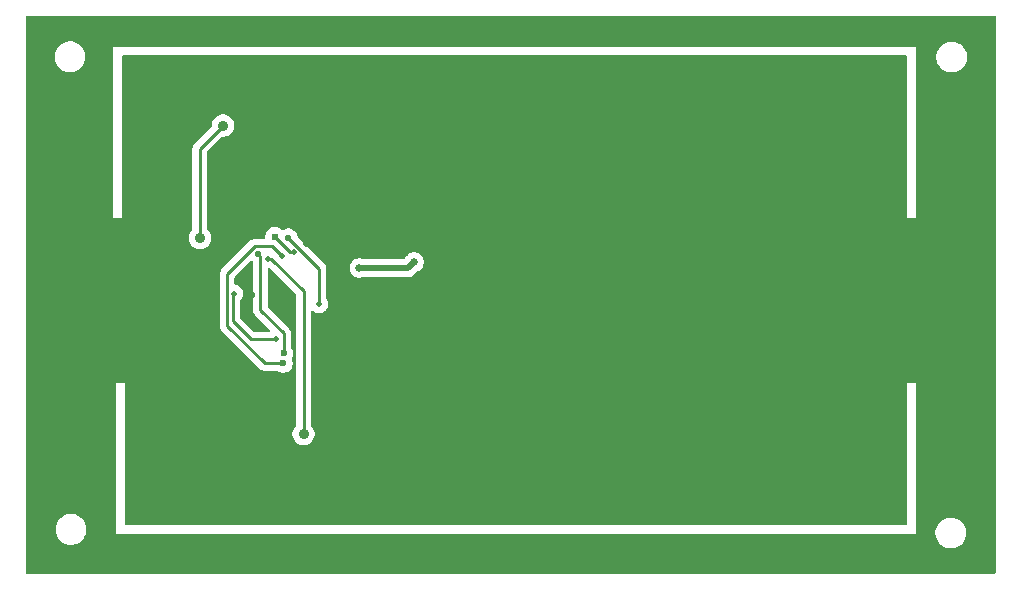
<source format=gbr>
%TF.GenerationSoftware,KiCad,Pcbnew,9.0.0*%
%TF.CreationDate,2025-03-31T18:12:05+05:30*%
%TF.ProjectId,Buck,4275636b-2e6b-4696-9361-645f70636258,rev?*%
%TF.SameCoordinates,Original*%
%TF.FileFunction,Copper,L2,Bot*%
%TF.FilePolarity,Positive*%
%FSLAX46Y46*%
G04 Gerber Fmt 4.6, Leading zero omitted, Abs format (unit mm)*
G04 Created by KiCad (PCBNEW 9.0.0) date 2025-03-31 18:12:05*
%MOMM*%
%LPD*%
G01*
G04 APERTURE LIST*
%TA.AperFunction,ViaPad*%
%ADD10C,0.508000*%
%TD*%
%TA.AperFunction,ViaPad*%
%ADD11C,0.600000*%
%TD*%
%TA.AperFunction,ViaPad*%
%ADD12C,0.584200*%
%TD*%
%TA.AperFunction,ViaPad*%
%ADD13C,0.500000*%
%TD*%
%TA.AperFunction,ViaPad*%
%ADD14C,0.889000*%
%TD*%
%TA.AperFunction,ViaPad*%
%ADD15C,0.558800*%
%TD*%
%TA.AperFunction,ViaPad*%
%ADD16C,0.635000*%
%TD*%
%TA.AperFunction,ViaPad*%
%ADD17C,0.609600*%
%TD*%
%TA.AperFunction,Conductor*%
%ADD18C,0.228600*%
%TD*%
%TA.AperFunction,Conductor*%
%ADD19C,0.508000*%
%TD*%
%TA.AperFunction,Conductor*%
%ADD20C,0.254000*%
%TD*%
G04 APERTURE END LIST*
D10*
%TO.N,GND*%
X151890000Y-128706000D03*
X123500000Y-130000000D03*
D11*
X133220000Y-105890000D03*
D10*
X197000000Y-130500000D03*
X199820000Y-127840000D03*
D11*
X163270000Y-105910000D03*
X190240000Y-103280000D03*
D10*
X121990000Y-127760000D03*
D11*
X157380000Y-133480000D03*
X139860000Y-111360000D03*
X130710000Y-123050000D03*
D10*
X196890000Y-127840000D03*
X143270000Y-140760000D03*
X196860000Y-126820000D03*
X144640000Y-145070000D03*
X198320000Y-127840000D03*
X129760000Y-140130000D03*
D11*
X147020000Y-128660000D03*
X183690000Y-118650000D03*
X134840000Y-121060000D03*
D10*
X177350000Y-141370000D03*
X201100000Y-123950000D03*
D11*
X157400000Y-134660000D03*
D10*
X148050000Y-128750000D03*
D11*
X142020000Y-113680000D03*
D10*
X121780000Y-145070000D03*
D11*
X183690000Y-116758160D03*
X150780000Y-129990000D03*
D10*
X184150000Y-130730000D03*
D11*
X154870000Y-106730000D03*
X148970000Y-134660000D03*
X183400000Y-105880000D03*
D10*
X120600000Y-125170000D03*
D11*
X140960000Y-111340000D03*
X183690000Y-114770000D03*
D10*
X146800000Y-133526000D03*
D11*
X152520000Y-106070000D03*
D10*
X184150000Y-126400000D03*
X145580000Y-100400000D03*
D11*
X155400000Y-134660000D03*
D10*
X199510000Y-123940000D03*
X184150000Y-128460000D03*
D11*
X148960000Y-133480000D03*
D10*
X129680000Y-130680000D03*
X120560000Y-126030000D03*
D11*
X147020000Y-127350000D03*
D10*
X121780000Y-100400000D03*
X184150000Y-134860000D03*
D11*
X149470000Y-129990000D03*
X147550000Y-140380000D03*
X183690000Y-108200000D03*
D10*
X143800000Y-118748300D03*
D11*
X139920000Y-112560000D03*
X147020000Y-129990000D03*
D10*
X124946348Y-130000000D03*
X201250000Y-127840000D03*
D11*
X142000000Y-111390000D03*
D12*
X194350000Y-125890000D03*
D11*
X164580000Y-103180000D03*
X148260000Y-129990000D03*
D10*
X199916417Y-130500000D03*
D11*
X154940000Y-116050000D03*
D10*
X148100000Y-127420000D03*
X197840000Y-123910000D03*
D11*
X152910000Y-103220000D03*
X177460000Y-105820000D03*
X130750000Y-128570000D03*
X158840000Y-103280000D03*
X155440000Y-133480000D03*
X154870000Y-114000000D03*
D13*
X144430000Y-116290000D03*
D11*
X138440000Y-121360000D03*
X141040000Y-113680000D03*
X141970000Y-109860000D03*
D10*
X123450000Y-127760000D03*
D11*
X171260000Y-105880000D03*
X130710000Y-125790000D03*
D10*
X120600000Y-127760000D03*
D11*
X183690000Y-112650000D03*
X146800000Y-134660000D03*
D10*
X173330000Y-145070000D03*
X150670000Y-128706000D03*
X201250000Y-130500000D03*
D11*
X157560000Y-105880000D03*
D10*
X176290000Y-100280000D03*
X149470000Y-128706000D03*
D11*
X142300000Y-103180000D03*
X151950000Y-129990000D03*
X183690000Y-120580000D03*
D10*
X120580000Y-126880000D03*
D11*
X153180000Y-134660000D03*
X151050000Y-134660000D03*
D10*
X122000000Y-130000000D03*
D11*
X139920000Y-113610000D03*
X147780000Y-103160000D03*
D10*
X201040000Y-100400000D03*
X124860000Y-127760000D03*
D11*
X183690000Y-110460000D03*
X184370000Y-103240000D03*
D10*
X200870000Y-145070000D03*
D11*
X178200000Y-103280000D03*
D10*
X184150000Y-132640000D03*
D11*
X153200000Y-133480000D03*
D10*
X120600000Y-130000000D03*
D11*
X136740000Y-119620000D03*
D10*
X198323207Y-130500000D03*
D11*
X154800000Y-109150000D03*
X154870000Y-111500000D03*
X142070000Y-115050000D03*
D12*
X185550000Y-118740000D03*
D11*
X138680000Y-114230000D03*
X139300000Y-123020000D03*
X151050000Y-133480000D03*
D10*
%TO.N,VIN*%
X144940000Y-123790000D03*
D12*
X142350000Y-118190000D03*
D14*
%TO.N,VOUT*%
X134860000Y-118190000D03*
X136790000Y-108690000D03*
%TO.N,ISNS*%
X143630000Y-134800000D03*
D10*
X140619801Y-119999576D03*
%TO.N,GND2*%
X141316361Y-126747619D03*
X137780000Y-122920000D03*
D11*
%TO.N,Net-(IC1-PFM{slash}SYNC)*%
X141903339Y-128812083D03*
D10*
X141840000Y-119740000D03*
D15*
%TO.N,Net-(IC1-VCC)*%
X139810000Y-119560000D03*
D11*
X141931475Y-127958544D03*
D16*
%TO.N,Net-(IC1-HO)*%
X152980000Y-120240000D03*
X148349500Y-120740000D03*
D10*
%TO.N,Net-(IC1-PG{slash}SYNCOUT)*%
X142838506Y-119411494D03*
D17*
X141187440Y-118087440D03*
%TD*%
D18*
%TO.N,GND*%
X144430000Y-118118300D02*
X144430000Y-116290000D01*
D19*
X192700000Y-125890000D02*
X194350000Y-125890000D01*
X185550000Y-118740000D02*
X192700000Y-125890000D01*
D18*
X143800000Y-118748300D02*
X144430000Y-118118300D01*
%TO.N,VIN*%
X144950000Y-123780000D02*
X144950000Y-120790000D01*
X144940000Y-123790000D02*
X144950000Y-123780000D01*
X144950000Y-120790000D02*
X142350000Y-118190000D01*
%TO.N,VOUT*%
X134820000Y-110660000D02*
X136790000Y-108690000D01*
X134820000Y-118150000D02*
X134820000Y-110660000D01*
X134860000Y-118190000D02*
X134820000Y-118150000D01*
D20*
%TO.N,ISNS*%
X143630000Y-134800000D02*
X143630000Y-123009775D01*
X143630000Y-122730000D02*
X140899576Y-119999576D01*
X140899576Y-119999576D02*
X140619801Y-119999576D01*
X143630000Y-123009775D02*
X143630000Y-122730000D01*
D18*
%TO.N,GND2*%
X139180000Y-126780000D02*
X141283980Y-126780000D01*
X137780000Y-122920000D02*
X137650000Y-122920000D01*
X141283980Y-126780000D02*
X141316361Y-126747619D01*
X137650000Y-122920000D02*
X137650000Y-125250000D01*
X137650000Y-125250000D02*
X139180000Y-126780000D01*
%TO.N,Net-(IC1-PFM{slash}SYNC)*%
X140990000Y-118890000D02*
X141840000Y-119740000D01*
X139521860Y-118890000D02*
X140990000Y-118890000D01*
X141903339Y-128812083D02*
X140322083Y-128812083D01*
X141830000Y-119750000D02*
X141840000Y-119740000D01*
X140322083Y-128812083D02*
X137156700Y-125646700D01*
X137156700Y-125646700D02*
X137156700Y-121255160D01*
X137156700Y-121255160D02*
X139521860Y-118890000D01*
%TO.N,Net-(IC1-VCC)*%
X139971437Y-119721437D02*
X139971437Y-124291437D01*
X141939661Y-127950358D02*
X141931475Y-127958544D01*
X141939661Y-126259661D02*
X141939661Y-127950358D01*
X139971437Y-124291437D02*
X141939661Y-126259661D01*
X139810000Y-119560000D02*
X139971437Y-119721437D01*
D19*
%TO.N,Net-(IC1-HO)*%
X152480000Y-120740000D02*
X152980000Y-120240000D01*
X148349500Y-120740000D02*
X152480000Y-120740000D01*
D18*
%TO.N,Net-(IC1-PG{slash}SYNCOUT)*%
X142520000Y-119420000D02*
X141187440Y-118087440D01*
X142830000Y-119420000D02*
X142520000Y-119420000D01*
X142838506Y-119411494D02*
X142830000Y-119420000D01*
%TD*%
%TA.AperFunction,Conductor*%
%TO.N,GND*%
G36*
X139257520Y-120126312D02*
G01*
X139301867Y-120154813D01*
X139317150Y-120170096D01*
X139315929Y-120171316D01*
X139350637Y-120222271D01*
X139356637Y-120260377D01*
X139356637Y-124351994D01*
X139380261Y-124470760D01*
X139380263Y-124470768D01*
X139426606Y-124582651D01*
X139426611Y-124582660D01*
X139493889Y-124683348D01*
X139493892Y-124683352D01*
X140764060Y-125953519D01*
X140797545Y-126014842D01*
X140792561Y-126084534D01*
X140750689Y-126140467D01*
X140685225Y-126164884D01*
X140676379Y-126165200D01*
X139486021Y-126165200D01*
X139418982Y-126145515D01*
X139398340Y-126128881D01*
X138301119Y-125031660D01*
X138267634Y-124970337D01*
X138264800Y-124943979D01*
X138264800Y-123553587D01*
X138284485Y-123486548D01*
X138301114Y-123465910D01*
X138366059Y-123400966D01*
X138448629Y-123277390D01*
X138505505Y-123140080D01*
X138534500Y-122994312D01*
X138534500Y-122845688D01*
X138505505Y-122699920D01*
X138448629Y-122562610D01*
X138368343Y-122442453D01*
X138366060Y-122439035D01*
X138366054Y-122439028D01*
X138260971Y-122333945D01*
X138260964Y-122333939D01*
X138137391Y-122251371D01*
X138000080Y-122194495D01*
X138000074Y-122194493D01*
X137871308Y-122168880D01*
X137809398Y-122136495D01*
X137774823Y-122075779D01*
X137771500Y-122047263D01*
X137771500Y-121561180D01*
X137791185Y-121494141D01*
X137807819Y-121473499D01*
X139126505Y-120154813D01*
X139187828Y-120121328D01*
X139257520Y-120126312D01*
G37*
%TD.AperFunction*%
%TA.AperFunction,Conductor*%
G36*
X202192539Y-99385185D02*
G01*
X202238294Y-99437989D01*
X202249500Y-99489500D01*
X202249500Y-146495500D01*
X202229815Y-146562539D01*
X202177011Y-146608294D01*
X202125500Y-146619500D01*
X120224500Y-146619500D01*
X120157461Y-146599815D01*
X120111706Y-146547011D01*
X120100500Y-146495500D01*
X120100500Y-142777648D01*
X122629500Y-142777648D01*
X122629500Y-142982351D01*
X122661522Y-143184534D01*
X122724781Y-143379223D01*
X122817715Y-143561613D01*
X122938028Y-143727213D01*
X123082786Y-143871971D01*
X123237749Y-143984556D01*
X123248390Y-143992287D01*
X123364607Y-144051503D01*
X123430776Y-144085218D01*
X123430778Y-144085218D01*
X123430781Y-144085220D01*
X123535137Y-144119127D01*
X123625465Y-144148477D01*
X123710631Y-144161966D01*
X123827648Y-144180500D01*
X123827649Y-144180500D01*
X124032351Y-144180500D01*
X124032352Y-144180500D01*
X124234534Y-144148477D01*
X124429219Y-144085220D01*
X124611610Y-143992287D01*
X124704590Y-143924732D01*
X124777213Y-143871971D01*
X124777215Y-143871968D01*
X124777219Y-143871966D01*
X124921966Y-143727219D01*
X124921968Y-143727215D01*
X124921971Y-143727213D01*
X124974732Y-143654590D01*
X125042287Y-143561610D01*
X125135220Y-143379219D01*
X125177206Y-143250000D01*
X127750000Y-143250000D01*
X195500000Y-143250000D01*
X195500000Y-143067648D01*
X197129500Y-143067648D01*
X197129500Y-143272351D01*
X197161522Y-143474534D01*
X197224781Y-143669223D01*
X197317715Y-143851613D01*
X197438028Y-144017213D01*
X197582786Y-144161971D01*
X197737749Y-144274556D01*
X197748390Y-144282287D01*
X197864607Y-144341503D01*
X197930776Y-144375218D01*
X197930778Y-144375218D01*
X197930781Y-144375220D01*
X198035137Y-144409127D01*
X198125465Y-144438477D01*
X198226557Y-144454488D01*
X198327648Y-144470500D01*
X198327649Y-144470500D01*
X198532351Y-144470500D01*
X198532352Y-144470500D01*
X198734534Y-144438477D01*
X198929219Y-144375220D01*
X199111610Y-144282287D01*
X199204590Y-144214732D01*
X199277213Y-144161971D01*
X199277215Y-144161968D01*
X199277219Y-144161966D01*
X199421966Y-144017219D01*
X199421968Y-144017215D01*
X199421971Y-144017213D01*
X199474732Y-143944590D01*
X199542287Y-143851610D01*
X199635220Y-143669219D01*
X199698477Y-143474534D01*
X199730500Y-143272352D01*
X199730500Y-143067648D01*
X199698477Y-142865466D01*
X199635220Y-142670781D01*
X199635218Y-142670778D01*
X199635218Y-142670776D01*
X199601503Y-142604607D01*
X199542287Y-142488390D01*
X199509338Y-142443039D01*
X199421971Y-142322786D01*
X199277213Y-142178028D01*
X199111613Y-142057715D01*
X199111612Y-142057714D01*
X199111610Y-142057713D01*
X199054653Y-142028691D01*
X198929223Y-141964781D01*
X198734534Y-141901522D01*
X198559995Y-141873878D01*
X198532352Y-141869500D01*
X198327648Y-141869500D01*
X198303329Y-141873351D01*
X198125465Y-141901522D01*
X197930776Y-141964781D01*
X197748386Y-142057715D01*
X197582786Y-142178028D01*
X197438028Y-142322786D01*
X197317715Y-142488386D01*
X197224781Y-142670776D01*
X197161522Y-142865465D01*
X197129500Y-143067648D01*
X195500000Y-143067648D01*
X195500000Y-130500000D01*
X194750000Y-130500000D01*
X194750000Y-142376000D01*
X194730315Y-142443039D01*
X194677511Y-142488794D01*
X194626000Y-142500000D01*
X128624000Y-142500000D01*
X128556961Y-142480315D01*
X128511206Y-142427511D01*
X128500000Y-142376000D01*
X128500000Y-130500000D01*
X127750000Y-130500000D01*
X127750000Y-143250000D01*
X125177206Y-143250000D01*
X125198477Y-143184534D01*
X125230500Y-142982352D01*
X125230500Y-142777648D01*
X125198477Y-142575466D01*
X125135220Y-142380781D01*
X125135218Y-142380778D01*
X125135218Y-142380776D01*
X125101503Y-142314607D01*
X125042287Y-142198390D01*
X125027493Y-142178028D01*
X124921971Y-142032786D01*
X124777213Y-141888028D01*
X124611613Y-141767715D01*
X124611612Y-141767714D01*
X124611610Y-141767713D01*
X124554653Y-141738691D01*
X124429223Y-141674781D01*
X124234534Y-141611522D01*
X124059995Y-141583878D01*
X124032352Y-141579500D01*
X123827648Y-141579500D01*
X123803329Y-141583351D01*
X123625465Y-141611522D01*
X123430776Y-141674781D01*
X123248386Y-141767715D01*
X123082786Y-141888028D01*
X122938028Y-142032786D01*
X122817715Y-142198386D01*
X122724781Y-142380776D01*
X122661522Y-142575465D01*
X122629500Y-142777648D01*
X120100500Y-142777648D01*
X120100500Y-121194602D01*
X136541900Y-121194602D01*
X136541900Y-125707257D01*
X136565524Y-125826023D01*
X136565526Y-125826031D01*
X136611869Y-125937914D01*
X136611874Y-125937923D01*
X136679152Y-126038611D01*
X136679155Y-126038615D01*
X139930167Y-129289627D01*
X139930171Y-129289630D01*
X140030866Y-129356913D01*
X140109981Y-129389683D01*
X140142752Y-129403257D01*
X140162459Y-129407176D01*
X140247997Y-129424192D01*
X140261529Y-129426884D01*
X140261530Y-129426884D01*
X140388750Y-129426884D01*
X140388770Y-129426883D01*
X141344975Y-129426883D01*
X141412014Y-129446568D01*
X141413866Y-129447781D01*
X141524153Y-129521473D01*
X141524166Y-129521480D01*
X141669837Y-129581818D01*
X141669842Y-129581820D01*
X141824492Y-129612582D01*
X141824495Y-129612583D01*
X141824497Y-129612583D01*
X141982183Y-129612583D01*
X141982184Y-129612582D01*
X142136836Y-129581820D01*
X142282518Y-129521477D01*
X142413628Y-129433872D01*
X142525128Y-129322372D01*
X142612733Y-129191262D01*
X142673076Y-129045580D01*
X142703839Y-128890925D01*
X142703839Y-128733241D01*
X142703839Y-128733238D01*
X142703838Y-128733236D01*
X142673077Y-128578593D01*
X142673076Y-128578586D01*
X142624526Y-128461374D01*
X142617057Y-128391905D01*
X142635985Y-128345031D01*
X142640869Y-128337723D01*
X142701212Y-128192041D01*
X142731975Y-128037386D01*
X142731975Y-127879702D01*
X142731975Y-127879699D01*
X142731974Y-127879697D01*
X142701213Y-127725054D01*
X142701212Y-127725047D01*
X142640869Y-127579365D01*
X142575359Y-127481322D01*
X142554481Y-127414644D01*
X142554461Y-127412431D01*
X142554461Y-126199107D01*
X142554460Y-126199103D01*
X142547716Y-126165200D01*
X142530835Y-126080330D01*
X142484490Y-125968444D01*
X142484489Y-125968443D01*
X142484486Y-125968437D01*
X142417209Y-125867750D01*
X142375482Y-125826023D01*
X142331573Y-125782114D01*
X140622556Y-124073097D01*
X140589071Y-124011774D01*
X140586237Y-123985416D01*
X140586237Y-120877088D01*
X140586303Y-120876861D01*
X140586238Y-120876636D01*
X140596149Y-120843329D01*
X140605922Y-120810049D01*
X140606099Y-120809895D01*
X140606167Y-120809668D01*
X140632696Y-120786848D01*
X140658726Y-120764294D01*
X140659017Y-120764209D01*
X140659137Y-120764106D01*
X140661963Y-120763349D01*
X140688207Y-120755695D01*
X140688122Y-120755268D01*
X140689599Y-120754974D01*
X140690428Y-120755048D01*
X140693038Y-120754287D01*
X140696608Y-120753787D01*
X140697315Y-120753891D01*
X140698091Y-120753684D01*
X140700184Y-120753478D01*
X140700267Y-120754326D01*
X140727792Y-120758386D01*
X140759192Y-120761192D01*
X140762787Y-120763548D01*
X140765730Y-120763982D01*
X140772593Y-120769973D01*
X140801488Y-120788907D01*
X142966181Y-122953600D01*
X142999666Y-123014923D01*
X143002500Y-123041281D01*
X143002500Y-134039706D01*
X142982815Y-134106745D01*
X142966181Y-134127387D01*
X142895973Y-134197594D01*
X142895970Y-134197598D01*
X142792555Y-134352368D01*
X142792550Y-134352377D01*
X142721316Y-134524353D01*
X142721314Y-134524361D01*
X142685000Y-134706921D01*
X142685000Y-134893078D01*
X142721314Y-135075638D01*
X142721316Y-135075646D01*
X142792550Y-135247622D01*
X142792555Y-135247631D01*
X142895970Y-135402401D01*
X142895973Y-135402405D01*
X143027594Y-135534026D01*
X143027598Y-135534029D01*
X143182368Y-135637444D01*
X143182374Y-135637447D01*
X143182375Y-135637448D01*
X143354354Y-135708684D01*
X143536921Y-135744999D01*
X143536924Y-135745000D01*
X143536926Y-135745000D01*
X143723076Y-135745000D01*
X143723077Y-135744999D01*
X143905646Y-135708684D01*
X144077625Y-135637448D01*
X144232402Y-135534029D01*
X144364029Y-135402402D01*
X144467448Y-135247625D01*
X144538684Y-135075646D01*
X144575000Y-134893074D01*
X144575000Y-134706926D01*
X144575000Y-134706923D01*
X144574999Y-134706921D01*
X144538685Y-134524361D01*
X144538684Y-134524354D01*
X144467448Y-134352375D01*
X144467447Y-134352374D01*
X144467444Y-134352368D01*
X144364029Y-134197598D01*
X144364026Y-134197594D01*
X144293819Y-134127387D01*
X144260334Y-134066064D01*
X144257500Y-134039706D01*
X144257500Y-124472840D01*
X144277185Y-124405801D01*
X144329989Y-124360046D01*
X144399147Y-124350102D01*
X144453152Y-124373896D01*
X144453969Y-124372675D01*
X144582608Y-124458628D01*
X144582609Y-124458628D01*
X144582610Y-124458629D01*
X144719920Y-124515505D01*
X144865683Y-124544499D01*
X144865687Y-124544500D01*
X144865688Y-124544500D01*
X145014313Y-124544500D01*
X145014314Y-124544499D01*
X145160080Y-124515505D01*
X145297390Y-124458629D01*
X145420966Y-124376059D01*
X145526059Y-124270966D01*
X145608629Y-124147390D01*
X145665505Y-124010080D01*
X145694500Y-123864312D01*
X145694500Y-123715688D01*
X145665505Y-123569920D01*
X145608629Y-123432610D01*
X145587486Y-123400966D01*
X145585697Y-123398288D01*
X145564820Y-123331610D01*
X145564800Y-123329399D01*
X145564800Y-120729446D01*
X145564799Y-120729445D01*
X145550873Y-120659429D01*
X147531500Y-120659429D01*
X147531500Y-120820570D01*
X147562933Y-120978594D01*
X147562935Y-120978602D01*
X147624596Y-121127466D01*
X147714119Y-121261447D01*
X147828052Y-121375380D01*
X147962033Y-121464903D01*
X148036465Y-121495733D01*
X148110898Y-121526565D01*
X148268929Y-121557999D01*
X148268933Y-121558000D01*
X148268934Y-121558000D01*
X148430067Y-121558000D01*
X148430068Y-121557999D01*
X148588102Y-121526565D01*
X148642725Y-121503938D01*
X148690178Y-121494500D01*
X152399554Y-121494500D01*
X152399574Y-121494501D01*
X152405688Y-121494501D01*
X152554314Y-121494501D01*
X152599665Y-121485478D01*
X152675894Y-121470315D01*
X152700080Y-121465505D01*
X152774954Y-121434491D01*
X152837389Y-121408630D01*
X152960966Y-121326059D01*
X153272619Y-121014403D01*
X153312841Y-120987528D01*
X153367468Y-120964902D01*
X153501445Y-120875382D01*
X153615382Y-120761445D01*
X153704902Y-120627468D01*
X153766565Y-120478602D01*
X153798000Y-120320566D01*
X153798000Y-120159434D01*
X153766565Y-120001398D01*
X153727529Y-119907157D01*
X153704903Y-119852533D01*
X153615380Y-119718552D01*
X153501447Y-119604619D01*
X153367466Y-119515096D01*
X153218602Y-119453435D01*
X153218594Y-119453433D01*
X153060570Y-119422000D01*
X153060566Y-119422000D01*
X152899434Y-119422000D01*
X152899429Y-119422000D01*
X152741405Y-119453433D01*
X152741397Y-119453435D01*
X152592533Y-119515096D01*
X152458552Y-119604619D01*
X152344617Y-119718554D01*
X152255101Y-119852525D01*
X152255095Y-119852537D01*
X152232470Y-119907157D01*
X152227851Y-119914071D01*
X152226759Y-119919099D01*
X152205616Y-119947359D01*
X152203816Y-119949158D01*
X152142505Y-119982659D01*
X152116113Y-119985500D01*
X148690178Y-119985500D01*
X148642725Y-119976061D01*
X148588102Y-119953435D01*
X148588094Y-119953433D01*
X148430070Y-119922000D01*
X148430066Y-119922000D01*
X148268934Y-119922000D01*
X148268929Y-119922000D01*
X148110905Y-119953433D01*
X148110897Y-119953435D01*
X147962033Y-120015096D01*
X147828052Y-120104619D01*
X147714119Y-120218552D01*
X147624596Y-120352533D01*
X147562935Y-120501397D01*
X147562933Y-120501405D01*
X147531500Y-120659429D01*
X145550873Y-120659429D01*
X145541174Y-120610669D01*
X145494829Y-120498783D01*
X145494828Y-120498782D01*
X145494825Y-120498776D01*
X145427548Y-120398089D01*
X145414450Y-120384991D01*
X145341912Y-120312453D01*
X143169497Y-118140038D01*
X143136012Y-118078715D01*
X143135561Y-118076548D01*
X143112142Y-117958813D01*
X143112141Y-117958807D01*
X143052393Y-117814563D01*
X143052392Y-117814562D01*
X143052389Y-117814556D01*
X142965653Y-117684747D01*
X142965650Y-117684743D01*
X142855256Y-117574349D01*
X142855252Y-117574346D01*
X142725443Y-117487610D01*
X142725434Y-117487605D01*
X142581193Y-117427859D01*
X142581185Y-117427857D01*
X142428068Y-117397400D01*
X142428064Y-117397400D01*
X142271936Y-117397400D01*
X142271931Y-117397400D01*
X142118814Y-117427857D01*
X142118806Y-117427859D01*
X141974565Y-117487605D01*
X141974558Y-117487609D01*
X141910457Y-117530440D01*
X141843779Y-117551317D01*
X141776399Y-117532832D01*
X141753886Y-117515018D01*
X141700792Y-117461924D01*
X141700788Y-117461921D01*
X141568899Y-117373795D01*
X141568886Y-117373788D01*
X141422338Y-117313087D01*
X141422329Y-117313084D01*
X141266759Y-117282140D01*
X141266755Y-117282140D01*
X141108125Y-117282140D01*
X141108120Y-117282140D01*
X140952550Y-117313084D01*
X140952541Y-117313087D01*
X140805993Y-117373788D01*
X140805980Y-117373795D01*
X140674091Y-117461921D01*
X140674087Y-117461924D01*
X140561924Y-117574087D01*
X140561921Y-117574091D01*
X140473795Y-117705980D01*
X140473788Y-117705993D01*
X140413087Y-117852541D01*
X140413084Y-117852550D01*
X140382140Y-118008120D01*
X140382140Y-118151200D01*
X140362455Y-118218239D01*
X140309651Y-118263994D01*
X140258140Y-118275200D01*
X139461302Y-118275200D01*
X139342536Y-118298824D01*
X139342528Y-118298826D01*
X139230645Y-118345169D01*
X139230636Y-118345174D01*
X139129949Y-118412451D01*
X139087131Y-118455269D01*
X139044313Y-118498088D01*
X139044311Y-118498090D01*
X136747347Y-120795053D01*
X136679155Y-120863244D01*
X136679152Y-120863248D01*
X136611874Y-120963936D01*
X136611869Y-120963945D01*
X136565526Y-121075828D01*
X136565524Y-121075836D01*
X136541900Y-121194602D01*
X120100500Y-121194602D01*
X120100500Y-118096921D01*
X133915000Y-118096921D01*
X133915000Y-118283078D01*
X133951314Y-118465638D01*
X133951316Y-118465646D01*
X134022550Y-118637622D01*
X134022555Y-118637631D01*
X134125970Y-118792401D01*
X134125973Y-118792405D01*
X134257594Y-118924026D01*
X134257598Y-118924029D01*
X134412368Y-119027444D01*
X134412374Y-119027447D01*
X134412375Y-119027448D01*
X134584354Y-119098684D01*
X134766921Y-119134999D01*
X134766924Y-119135000D01*
X134766926Y-119135000D01*
X134953076Y-119135000D01*
X134953077Y-119134999D01*
X135135646Y-119098684D01*
X135307625Y-119027448D01*
X135462402Y-118924029D01*
X135594029Y-118792402D01*
X135697448Y-118637625D01*
X135768684Y-118465646D01*
X135805000Y-118283074D01*
X135805000Y-118096926D01*
X135805000Y-118096923D01*
X135804999Y-118096921D01*
X135801378Y-118078715D01*
X135768684Y-117914354D01*
X135697448Y-117742375D01*
X135697447Y-117742374D01*
X135697444Y-117742368D01*
X135594029Y-117587598D01*
X135594026Y-117587594D01*
X135471119Y-117464687D01*
X135437634Y-117403364D01*
X135434800Y-117377006D01*
X135434800Y-110966021D01*
X135454485Y-110898982D01*
X135471119Y-110878340D01*
X136678140Y-109671319D01*
X136739463Y-109637834D01*
X136765821Y-109635000D01*
X136883076Y-109635000D01*
X136883077Y-109634999D01*
X137065646Y-109598684D01*
X137237625Y-109527448D01*
X137392402Y-109424029D01*
X137524029Y-109292402D01*
X137627448Y-109137625D01*
X137698684Y-108965646D01*
X137735000Y-108783074D01*
X137735000Y-108596926D01*
X137735000Y-108596923D01*
X137734999Y-108596921D01*
X137698685Y-108414361D01*
X137698684Y-108414354D01*
X137627448Y-108242375D01*
X137627447Y-108242374D01*
X137627444Y-108242368D01*
X137524029Y-108087598D01*
X137524026Y-108087594D01*
X137392405Y-107955973D01*
X137392401Y-107955970D01*
X137237631Y-107852555D01*
X137237622Y-107852550D01*
X137065646Y-107781316D01*
X137065638Y-107781314D01*
X136883077Y-107745000D01*
X136883074Y-107745000D01*
X136696926Y-107745000D01*
X136696923Y-107745000D01*
X136514361Y-107781314D01*
X136514353Y-107781316D01*
X136342377Y-107852550D01*
X136342368Y-107852555D01*
X136187598Y-107955970D01*
X136187594Y-107955973D01*
X136055973Y-108087594D01*
X136055970Y-108087598D01*
X135952555Y-108242368D01*
X135952550Y-108242377D01*
X135881316Y-108414353D01*
X135881314Y-108414361D01*
X135845000Y-108596921D01*
X135845000Y-108714179D01*
X135825315Y-108781218D01*
X135808681Y-108801860D01*
X134428088Y-110182453D01*
X134385269Y-110225271D01*
X134342451Y-110268089D01*
X134275174Y-110368776D01*
X134275169Y-110368785D01*
X134228826Y-110480668D01*
X134228824Y-110480676D01*
X134205200Y-110599442D01*
X134205200Y-117457006D01*
X134185515Y-117524045D01*
X134168881Y-117544687D01*
X134125973Y-117587594D01*
X134125970Y-117587598D01*
X134022555Y-117742368D01*
X134022550Y-117742377D01*
X133951316Y-117914353D01*
X133951314Y-117914361D01*
X133915000Y-118096921D01*
X120100500Y-118096921D01*
X120100500Y-116500000D01*
X127500000Y-116500000D01*
X128250000Y-116500000D01*
X128250000Y-102874000D01*
X128269685Y-102806961D01*
X128322489Y-102761206D01*
X128374000Y-102750000D01*
X194626000Y-102750000D01*
X194693039Y-102769685D01*
X194738794Y-102822489D01*
X194750000Y-102874000D01*
X194750000Y-116500000D01*
X195500000Y-116500000D01*
X195500000Y-102777648D01*
X197199500Y-102777648D01*
X197199500Y-102982351D01*
X197231522Y-103184534D01*
X197294781Y-103379223D01*
X197358691Y-103504653D01*
X197377522Y-103541610D01*
X197387715Y-103561613D01*
X197508028Y-103727213D01*
X197652786Y-103871971D01*
X197790858Y-103972284D01*
X197818390Y-103992287D01*
X197934607Y-104051503D01*
X198000776Y-104085218D01*
X198000778Y-104085218D01*
X198000781Y-104085220D01*
X198105137Y-104119127D01*
X198195465Y-104148477D01*
X198271375Y-104160500D01*
X198397648Y-104180500D01*
X198397649Y-104180500D01*
X198602351Y-104180500D01*
X198602352Y-104180500D01*
X198804534Y-104148477D01*
X198999219Y-104085220D01*
X199181610Y-103992287D01*
X199274590Y-103924732D01*
X199347213Y-103871971D01*
X199347215Y-103871968D01*
X199347219Y-103871966D01*
X199491966Y-103727219D01*
X199491968Y-103727215D01*
X199491971Y-103727213D01*
X199544732Y-103654590D01*
X199612287Y-103561610D01*
X199705220Y-103379219D01*
X199768477Y-103184534D01*
X199800500Y-102982352D01*
X199800500Y-102777648D01*
X199768477Y-102575466D01*
X199761978Y-102555465D01*
X199705218Y-102380776D01*
X199671503Y-102314607D01*
X199612287Y-102198390D01*
X199597753Y-102178386D01*
X199491971Y-102032786D01*
X199347213Y-101888028D01*
X199181613Y-101767715D01*
X199181612Y-101767714D01*
X199181610Y-101767713D01*
X199124653Y-101738691D01*
X198999223Y-101674781D01*
X198804534Y-101611522D01*
X198629995Y-101583878D01*
X198602352Y-101579500D01*
X198397648Y-101579500D01*
X198373329Y-101583351D01*
X198195465Y-101611522D01*
X198000776Y-101674781D01*
X197818386Y-101767715D01*
X197652786Y-101888028D01*
X197508028Y-102032786D01*
X197387715Y-102198386D01*
X197294781Y-102380776D01*
X197231522Y-102575465D01*
X197199500Y-102777648D01*
X195500000Y-102777648D01*
X195500000Y-102000000D01*
X127500000Y-102000000D01*
X127500000Y-116500000D01*
X120100500Y-116500000D01*
X120100500Y-102757648D01*
X122559500Y-102757648D01*
X122559500Y-102962351D01*
X122591522Y-103164534D01*
X122654781Y-103359223D01*
X122747715Y-103541613D01*
X122868028Y-103707213D01*
X123012786Y-103851971D01*
X123167749Y-103964556D01*
X123178390Y-103972287D01*
X123294607Y-104031503D01*
X123360776Y-104065218D01*
X123360778Y-104065218D01*
X123360781Y-104065220D01*
X123422329Y-104085218D01*
X123555465Y-104128477D01*
X123656557Y-104144488D01*
X123757648Y-104160500D01*
X123757649Y-104160500D01*
X123962351Y-104160500D01*
X123962352Y-104160500D01*
X124164534Y-104128477D01*
X124359219Y-104065220D01*
X124541610Y-103972287D01*
X124634590Y-103904732D01*
X124707213Y-103851971D01*
X124707215Y-103851968D01*
X124707219Y-103851966D01*
X124851966Y-103707219D01*
X124851968Y-103707215D01*
X124851971Y-103707213D01*
X124904732Y-103634590D01*
X124972287Y-103541610D01*
X125065220Y-103359219D01*
X125128477Y-103164534D01*
X125160500Y-102962352D01*
X125160500Y-102757648D01*
X125128477Y-102555466D01*
X125065220Y-102360781D01*
X125065218Y-102360778D01*
X125065218Y-102360776D01*
X125031503Y-102294607D01*
X124972287Y-102178390D01*
X124957237Y-102157676D01*
X124858318Y-102021523D01*
X124858316Y-102021521D01*
X124851967Y-102012782D01*
X124707213Y-101868028D01*
X124541613Y-101747715D01*
X124541612Y-101747714D01*
X124541610Y-101747713D01*
X124484653Y-101718691D01*
X124359223Y-101654781D01*
X124164534Y-101591522D01*
X123989995Y-101563878D01*
X123962352Y-101559500D01*
X123757648Y-101559500D01*
X123733329Y-101563351D01*
X123555465Y-101591522D01*
X123360776Y-101654781D01*
X123178386Y-101747715D01*
X123012786Y-101868028D01*
X122868028Y-102012786D01*
X122747715Y-102178386D01*
X122654781Y-102360776D01*
X122591522Y-102555465D01*
X122559500Y-102757648D01*
X120100500Y-102757648D01*
X120100500Y-99489500D01*
X120120185Y-99422461D01*
X120172989Y-99376706D01*
X120224500Y-99365500D01*
X202125500Y-99365500D01*
X202192539Y-99385185D01*
G37*
%TD.AperFunction*%
%TD*%
M02*

</source>
